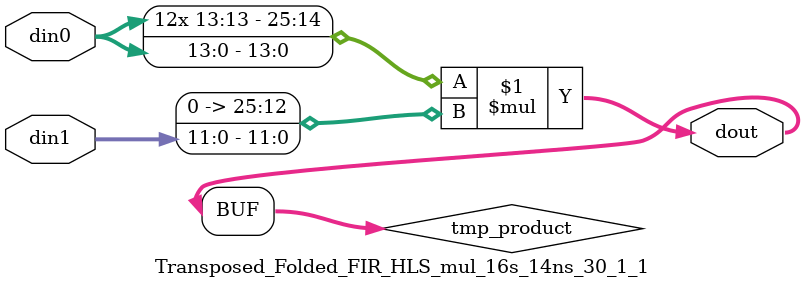
<source format=v>

`timescale 1 ns / 1 ps

 module Transposed_Folded_FIR_HLS_mul_16s_14ns_30_1_1(din0, din1, dout);
parameter ID = 1;
parameter NUM_STAGE = 0;
parameter din0_WIDTH = 14;
parameter din1_WIDTH = 12;
parameter dout_WIDTH = 26;

input [din0_WIDTH - 1 : 0] din0; 
input [din1_WIDTH - 1 : 0] din1; 
output [dout_WIDTH - 1 : 0] dout;

wire signed [dout_WIDTH - 1 : 0] tmp_product;


























assign tmp_product = $signed(din0) * $signed({1'b0, din1});









assign dout = tmp_product;





















endmodule

</source>
